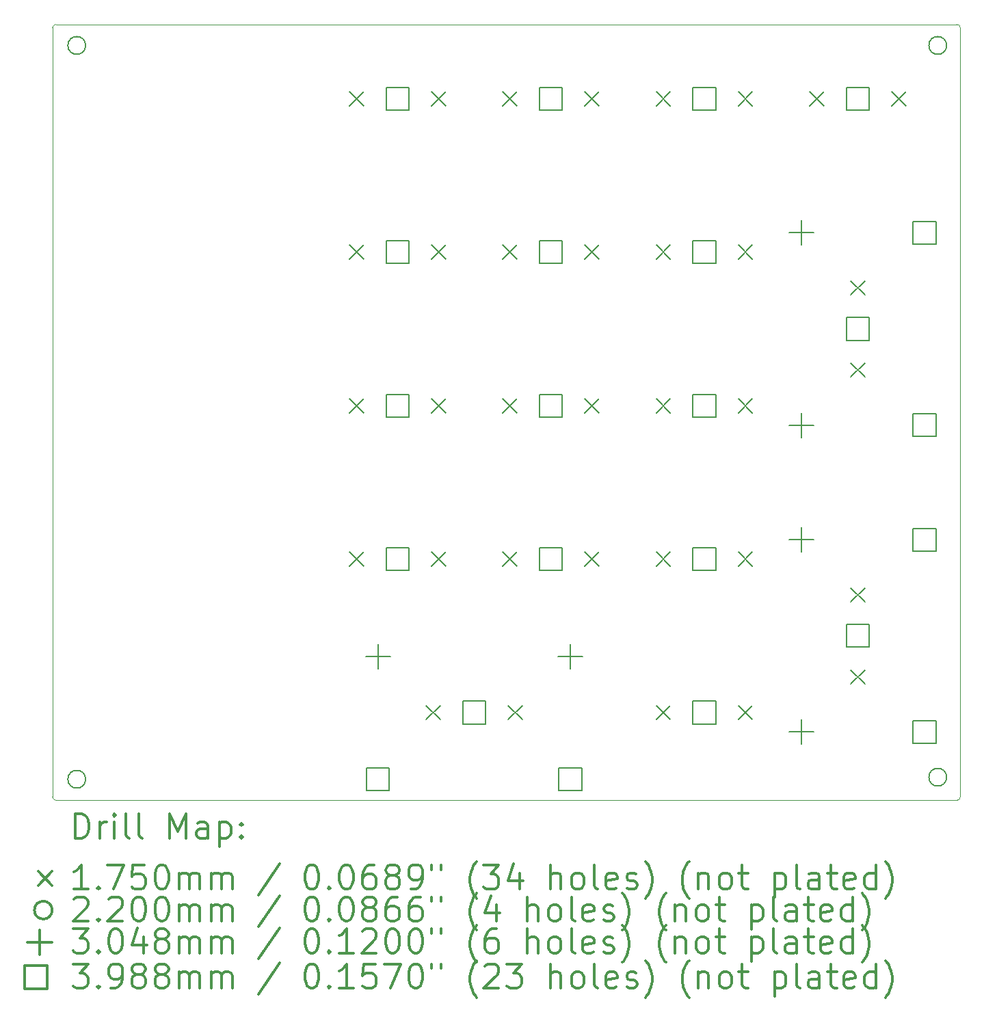
<source format=gbr>
%FSLAX45Y45*%
G04 Gerber Fmt 4.5, Leading zero omitted, Abs format (unit mm)*
G04 Created by KiCad (PCBNEW (5.1.10)-1) date 2021-09-20 14:50:28*
%MOMM*%
%LPD*%
G01*
G04 APERTURE LIST*
%TA.AperFunction,Profile*%
%ADD10C,0.100000*%
%TD*%
%ADD11C,0.200000*%
%ADD12C,0.300000*%
G04 APERTURE END LIST*
D10*
X6820000Y-15485000D02*
G75*
G02*
X6780000Y-15445000I0J40000D01*
G01*
X18020000Y-15445000D02*
G75*
G02*
X17980000Y-15485000I-40000J0D01*
G01*
X17980000Y-5880000D02*
G75*
G02*
X18020000Y-5920000I0J-40000D01*
G01*
X6780000Y-5920000D02*
G75*
G02*
X6820000Y-5880000I40000J0D01*
G01*
X6780000Y-15445000D02*
X6780000Y-5920000D01*
X17980000Y-15485000D02*
X6820000Y-15485000D01*
X18020000Y-5920000D02*
X18020000Y-15445000D01*
X6820000Y-5880000D02*
X17980000Y-5880000D01*
D11*
X10454500Y-6712500D02*
X10629500Y-6887500D01*
X10629500Y-6712500D02*
X10454500Y-6887500D01*
X10454500Y-8612500D02*
X10629500Y-8787500D01*
X10629500Y-8612500D02*
X10454500Y-8787500D01*
X10454500Y-10512500D02*
X10629500Y-10687500D01*
X10629500Y-10512500D02*
X10454500Y-10687500D01*
X10454500Y-12412500D02*
X10629500Y-12587500D01*
X10629500Y-12412500D02*
X10454500Y-12587500D01*
X11404500Y-14312500D02*
X11579500Y-14487500D01*
X11579500Y-14312500D02*
X11404500Y-14487500D01*
X11470500Y-6712500D02*
X11645500Y-6887500D01*
X11645500Y-6712500D02*
X11470500Y-6887500D01*
X11470500Y-8612500D02*
X11645500Y-8787500D01*
X11645500Y-8612500D02*
X11470500Y-8787500D01*
X11470500Y-10512500D02*
X11645500Y-10687500D01*
X11645500Y-10512500D02*
X11470500Y-10687500D01*
X11470500Y-12412500D02*
X11645500Y-12587500D01*
X11645500Y-12412500D02*
X11470500Y-12587500D01*
X12354500Y-6712500D02*
X12529500Y-6887500D01*
X12529500Y-6712500D02*
X12354500Y-6887500D01*
X12354500Y-8612500D02*
X12529500Y-8787500D01*
X12529500Y-8612500D02*
X12354500Y-8787500D01*
X12354500Y-10512500D02*
X12529500Y-10687500D01*
X12529500Y-10512500D02*
X12354500Y-10687500D01*
X12354500Y-12412500D02*
X12529500Y-12587500D01*
X12529500Y-12412500D02*
X12354500Y-12587500D01*
X12420500Y-14312500D02*
X12595500Y-14487500D01*
X12595500Y-14312500D02*
X12420500Y-14487500D01*
X13370500Y-6712500D02*
X13545500Y-6887500D01*
X13545500Y-6712500D02*
X13370500Y-6887500D01*
X13370500Y-8612500D02*
X13545500Y-8787500D01*
X13545500Y-8612500D02*
X13370500Y-8787500D01*
X13370500Y-10512500D02*
X13545500Y-10687500D01*
X13545500Y-10512500D02*
X13370500Y-10687500D01*
X13370500Y-12412500D02*
X13545500Y-12587500D01*
X13545500Y-12412500D02*
X13370500Y-12587500D01*
X14254500Y-6712500D02*
X14429500Y-6887500D01*
X14429500Y-6712500D02*
X14254500Y-6887500D01*
X14254500Y-8612500D02*
X14429500Y-8787500D01*
X14429500Y-8612500D02*
X14254500Y-8787500D01*
X14254500Y-10512500D02*
X14429500Y-10687500D01*
X14429500Y-10512500D02*
X14254500Y-10687500D01*
X14254500Y-12412500D02*
X14429500Y-12587500D01*
X14429500Y-12412500D02*
X14254500Y-12587500D01*
X14254500Y-14312500D02*
X14429500Y-14487500D01*
X14429500Y-14312500D02*
X14254500Y-14487500D01*
X15270500Y-6712500D02*
X15445500Y-6887500D01*
X15445500Y-6712500D02*
X15270500Y-6887500D01*
X15270500Y-8612500D02*
X15445500Y-8787500D01*
X15445500Y-8612500D02*
X15270500Y-8787500D01*
X15270500Y-10512500D02*
X15445500Y-10687500D01*
X15445500Y-10512500D02*
X15270500Y-10687500D01*
X15270500Y-12412500D02*
X15445500Y-12587500D01*
X15445500Y-12412500D02*
X15270500Y-12587500D01*
X15270500Y-14312500D02*
X15445500Y-14487500D01*
X15445500Y-14312500D02*
X15270500Y-14487500D01*
X16154500Y-6712500D02*
X16329500Y-6887500D01*
X16329500Y-6712500D02*
X16154500Y-6887500D01*
X16662500Y-9054500D02*
X16837500Y-9229500D01*
X16837500Y-9054500D02*
X16662500Y-9229500D01*
X16662500Y-10070500D02*
X16837500Y-10245500D01*
X16837500Y-10070500D02*
X16662500Y-10245500D01*
X16662500Y-12854500D02*
X16837500Y-13029500D01*
X16837500Y-12854500D02*
X16662500Y-13029500D01*
X16662500Y-13870500D02*
X16837500Y-14045500D01*
X16837500Y-13870500D02*
X16662500Y-14045500D01*
X17170500Y-6712500D02*
X17345500Y-6887500D01*
X17345500Y-6712500D02*
X17170500Y-6887500D01*
X7190000Y-6140000D02*
G75*
G03*
X7190000Y-6140000I-110000J0D01*
G01*
X7190000Y-15225000D02*
G75*
G03*
X7190000Y-15225000I-110000J0D01*
G01*
X17850000Y-6140000D02*
G75*
G03*
X17850000Y-6140000I-110000J0D01*
G01*
X17850000Y-15200000D02*
G75*
G03*
X17850000Y-15200000I-110000J0D01*
G01*
X10809375Y-13549100D02*
X10809375Y-13853900D01*
X10656975Y-13701500D02*
X10961775Y-13701500D01*
X13190625Y-13549100D02*
X13190625Y-13853900D01*
X13038225Y-13701500D02*
X13343025Y-13701500D01*
X16051500Y-8306975D02*
X16051500Y-8611775D01*
X15899100Y-8459375D02*
X16203900Y-8459375D01*
X16051500Y-10688225D02*
X16051500Y-10993025D01*
X15899100Y-10840625D02*
X16203900Y-10840625D01*
X16051500Y-12106975D02*
X16051500Y-12411775D01*
X15899100Y-12259375D02*
X16203900Y-12259375D01*
X16051500Y-14488225D02*
X16051500Y-14793025D01*
X15899100Y-14640625D02*
X16203900Y-14640625D01*
X10950366Y-15366491D02*
X10950366Y-15084509D01*
X10668384Y-15084509D01*
X10668384Y-15366491D01*
X10950366Y-15366491D01*
X11190991Y-6940991D02*
X11190991Y-6659009D01*
X10909009Y-6659009D01*
X10909009Y-6940991D01*
X11190991Y-6940991D01*
X11190991Y-8840991D02*
X11190991Y-8559009D01*
X10909009Y-8559009D01*
X10909009Y-8840991D01*
X11190991Y-8840991D01*
X11190991Y-10740991D02*
X11190991Y-10459009D01*
X10909009Y-10459009D01*
X10909009Y-10740991D01*
X11190991Y-10740991D01*
X11190991Y-12640991D02*
X11190991Y-12359009D01*
X10909009Y-12359009D01*
X10909009Y-12640991D01*
X11190991Y-12640991D01*
X12140991Y-14540991D02*
X12140991Y-14259009D01*
X11859009Y-14259009D01*
X11859009Y-14540991D01*
X12140991Y-14540991D01*
X13090991Y-6940991D02*
X13090991Y-6659009D01*
X12809009Y-6659009D01*
X12809009Y-6940991D01*
X13090991Y-6940991D01*
X13090991Y-8840991D02*
X13090991Y-8559009D01*
X12809009Y-8559009D01*
X12809009Y-8840991D01*
X13090991Y-8840991D01*
X13090991Y-10740991D02*
X13090991Y-10459009D01*
X12809009Y-10459009D01*
X12809009Y-10740991D01*
X13090991Y-10740991D01*
X13090991Y-12640991D02*
X13090991Y-12359009D01*
X12809009Y-12359009D01*
X12809009Y-12640991D01*
X13090991Y-12640991D01*
X13331616Y-15366491D02*
X13331616Y-15084509D01*
X13049634Y-15084509D01*
X13049634Y-15366491D01*
X13331616Y-15366491D01*
X14990991Y-6940991D02*
X14990991Y-6659009D01*
X14709009Y-6659009D01*
X14709009Y-6940991D01*
X14990991Y-6940991D01*
X14990991Y-8840991D02*
X14990991Y-8559009D01*
X14709009Y-8559009D01*
X14709009Y-8840991D01*
X14990991Y-8840991D01*
X14990991Y-10740991D02*
X14990991Y-10459009D01*
X14709009Y-10459009D01*
X14709009Y-10740991D01*
X14990991Y-10740991D01*
X14990991Y-12640991D02*
X14990991Y-12359009D01*
X14709009Y-12359009D01*
X14709009Y-12640991D01*
X14990991Y-12640991D01*
X14990991Y-14540991D02*
X14990991Y-14259009D01*
X14709009Y-14259009D01*
X14709009Y-14540991D01*
X14990991Y-14540991D01*
X16890991Y-6940991D02*
X16890991Y-6659009D01*
X16609009Y-6659009D01*
X16609009Y-6940991D01*
X16890991Y-6940991D01*
X16890991Y-9790991D02*
X16890991Y-9509009D01*
X16609009Y-9509009D01*
X16609009Y-9790991D01*
X16890991Y-9790991D01*
X16890991Y-13590991D02*
X16890991Y-13309009D01*
X16609009Y-13309009D01*
X16609009Y-13590991D01*
X16890991Y-13590991D01*
X17716491Y-8600366D02*
X17716491Y-8318384D01*
X17434509Y-8318384D01*
X17434509Y-8600366D01*
X17716491Y-8600366D01*
X17716491Y-10981616D02*
X17716491Y-10699634D01*
X17434509Y-10699634D01*
X17434509Y-10981616D01*
X17716491Y-10981616D01*
X17716491Y-12400366D02*
X17716491Y-12118384D01*
X17434509Y-12118384D01*
X17434509Y-12400366D01*
X17716491Y-12400366D01*
X17716491Y-14781616D02*
X17716491Y-14499634D01*
X17434509Y-14499634D01*
X17434509Y-14781616D01*
X17716491Y-14781616D01*
D12*
X7061428Y-15955714D02*
X7061428Y-15655714D01*
X7132857Y-15655714D01*
X7175714Y-15670000D01*
X7204286Y-15698571D01*
X7218571Y-15727143D01*
X7232857Y-15784286D01*
X7232857Y-15827143D01*
X7218571Y-15884286D01*
X7204286Y-15912857D01*
X7175714Y-15941429D01*
X7132857Y-15955714D01*
X7061428Y-15955714D01*
X7361428Y-15955714D02*
X7361428Y-15755714D01*
X7361428Y-15812857D02*
X7375714Y-15784286D01*
X7390000Y-15770000D01*
X7418571Y-15755714D01*
X7447143Y-15755714D01*
X7547143Y-15955714D02*
X7547143Y-15755714D01*
X7547143Y-15655714D02*
X7532857Y-15670000D01*
X7547143Y-15684286D01*
X7561428Y-15670000D01*
X7547143Y-15655714D01*
X7547143Y-15684286D01*
X7732857Y-15955714D02*
X7704286Y-15941429D01*
X7690000Y-15912857D01*
X7690000Y-15655714D01*
X7890000Y-15955714D02*
X7861428Y-15941429D01*
X7847143Y-15912857D01*
X7847143Y-15655714D01*
X8232857Y-15955714D02*
X8232857Y-15655714D01*
X8332857Y-15870000D01*
X8432857Y-15655714D01*
X8432857Y-15955714D01*
X8704286Y-15955714D02*
X8704286Y-15798571D01*
X8690000Y-15770000D01*
X8661428Y-15755714D01*
X8604286Y-15755714D01*
X8575714Y-15770000D01*
X8704286Y-15941429D02*
X8675714Y-15955714D01*
X8604286Y-15955714D01*
X8575714Y-15941429D01*
X8561428Y-15912857D01*
X8561428Y-15884286D01*
X8575714Y-15855714D01*
X8604286Y-15841429D01*
X8675714Y-15841429D01*
X8704286Y-15827143D01*
X8847143Y-15755714D02*
X8847143Y-16055714D01*
X8847143Y-15770000D02*
X8875714Y-15755714D01*
X8932857Y-15755714D01*
X8961428Y-15770000D01*
X8975714Y-15784286D01*
X8990000Y-15812857D01*
X8990000Y-15898571D01*
X8975714Y-15927143D01*
X8961428Y-15941429D01*
X8932857Y-15955714D01*
X8875714Y-15955714D01*
X8847143Y-15941429D01*
X9118571Y-15927143D02*
X9132857Y-15941429D01*
X9118571Y-15955714D01*
X9104286Y-15941429D01*
X9118571Y-15927143D01*
X9118571Y-15955714D01*
X9118571Y-15770000D02*
X9132857Y-15784286D01*
X9118571Y-15798571D01*
X9104286Y-15784286D01*
X9118571Y-15770000D01*
X9118571Y-15798571D01*
X6600000Y-16362500D02*
X6775000Y-16537500D01*
X6775000Y-16362500D02*
X6600000Y-16537500D01*
X7218571Y-16585714D02*
X7047143Y-16585714D01*
X7132857Y-16585714D02*
X7132857Y-16285714D01*
X7104286Y-16328571D01*
X7075714Y-16357143D01*
X7047143Y-16371429D01*
X7347143Y-16557143D02*
X7361428Y-16571429D01*
X7347143Y-16585714D01*
X7332857Y-16571429D01*
X7347143Y-16557143D01*
X7347143Y-16585714D01*
X7461428Y-16285714D02*
X7661428Y-16285714D01*
X7532857Y-16585714D01*
X7918571Y-16285714D02*
X7775714Y-16285714D01*
X7761428Y-16428571D01*
X7775714Y-16414286D01*
X7804286Y-16400000D01*
X7875714Y-16400000D01*
X7904286Y-16414286D01*
X7918571Y-16428571D01*
X7932857Y-16457143D01*
X7932857Y-16528571D01*
X7918571Y-16557143D01*
X7904286Y-16571429D01*
X7875714Y-16585714D01*
X7804286Y-16585714D01*
X7775714Y-16571429D01*
X7761428Y-16557143D01*
X8118571Y-16285714D02*
X8147143Y-16285714D01*
X8175714Y-16300000D01*
X8190000Y-16314286D01*
X8204286Y-16342857D01*
X8218571Y-16400000D01*
X8218571Y-16471429D01*
X8204286Y-16528571D01*
X8190000Y-16557143D01*
X8175714Y-16571429D01*
X8147143Y-16585714D01*
X8118571Y-16585714D01*
X8090000Y-16571429D01*
X8075714Y-16557143D01*
X8061428Y-16528571D01*
X8047143Y-16471429D01*
X8047143Y-16400000D01*
X8061428Y-16342857D01*
X8075714Y-16314286D01*
X8090000Y-16300000D01*
X8118571Y-16285714D01*
X8347143Y-16585714D02*
X8347143Y-16385714D01*
X8347143Y-16414286D02*
X8361428Y-16400000D01*
X8390000Y-16385714D01*
X8432857Y-16385714D01*
X8461428Y-16400000D01*
X8475714Y-16428571D01*
X8475714Y-16585714D01*
X8475714Y-16428571D02*
X8490000Y-16400000D01*
X8518571Y-16385714D01*
X8561428Y-16385714D01*
X8590000Y-16400000D01*
X8604286Y-16428571D01*
X8604286Y-16585714D01*
X8747143Y-16585714D02*
X8747143Y-16385714D01*
X8747143Y-16414286D02*
X8761428Y-16400000D01*
X8790000Y-16385714D01*
X8832857Y-16385714D01*
X8861428Y-16400000D01*
X8875714Y-16428571D01*
X8875714Y-16585714D01*
X8875714Y-16428571D02*
X8890000Y-16400000D01*
X8918571Y-16385714D01*
X8961428Y-16385714D01*
X8990000Y-16400000D01*
X9004286Y-16428571D01*
X9004286Y-16585714D01*
X9590000Y-16271429D02*
X9332857Y-16657143D01*
X9975714Y-16285714D02*
X10004286Y-16285714D01*
X10032857Y-16300000D01*
X10047143Y-16314286D01*
X10061428Y-16342857D01*
X10075714Y-16400000D01*
X10075714Y-16471429D01*
X10061428Y-16528571D01*
X10047143Y-16557143D01*
X10032857Y-16571429D01*
X10004286Y-16585714D01*
X9975714Y-16585714D01*
X9947143Y-16571429D01*
X9932857Y-16557143D01*
X9918571Y-16528571D01*
X9904286Y-16471429D01*
X9904286Y-16400000D01*
X9918571Y-16342857D01*
X9932857Y-16314286D01*
X9947143Y-16300000D01*
X9975714Y-16285714D01*
X10204286Y-16557143D02*
X10218571Y-16571429D01*
X10204286Y-16585714D01*
X10190000Y-16571429D01*
X10204286Y-16557143D01*
X10204286Y-16585714D01*
X10404286Y-16285714D02*
X10432857Y-16285714D01*
X10461428Y-16300000D01*
X10475714Y-16314286D01*
X10490000Y-16342857D01*
X10504286Y-16400000D01*
X10504286Y-16471429D01*
X10490000Y-16528571D01*
X10475714Y-16557143D01*
X10461428Y-16571429D01*
X10432857Y-16585714D01*
X10404286Y-16585714D01*
X10375714Y-16571429D01*
X10361428Y-16557143D01*
X10347143Y-16528571D01*
X10332857Y-16471429D01*
X10332857Y-16400000D01*
X10347143Y-16342857D01*
X10361428Y-16314286D01*
X10375714Y-16300000D01*
X10404286Y-16285714D01*
X10761428Y-16285714D02*
X10704286Y-16285714D01*
X10675714Y-16300000D01*
X10661428Y-16314286D01*
X10632857Y-16357143D01*
X10618571Y-16414286D01*
X10618571Y-16528571D01*
X10632857Y-16557143D01*
X10647143Y-16571429D01*
X10675714Y-16585714D01*
X10732857Y-16585714D01*
X10761428Y-16571429D01*
X10775714Y-16557143D01*
X10790000Y-16528571D01*
X10790000Y-16457143D01*
X10775714Y-16428571D01*
X10761428Y-16414286D01*
X10732857Y-16400000D01*
X10675714Y-16400000D01*
X10647143Y-16414286D01*
X10632857Y-16428571D01*
X10618571Y-16457143D01*
X10961428Y-16414286D02*
X10932857Y-16400000D01*
X10918571Y-16385714D01*
X10904286Y-16357143D01*
X10904286Y-16342857D01*
X10918571Y-16314286D01*
X10932857Y-16300000D01*
X10961428Y-16285714D01*
X11018571Y-16285714D01*
X11047143Y-16300000D01*
X11061428Y-16314286D01*
X11075714Y-16342857D01*
X11075714Y-16357143D01*
X11061428Y-16385714D01*
X11047143Y-16400000D01*
X11018571Y-16414286D01*
X10961428Y-16414286D01*
X10932857Y-16428571D01*
X10918571Y-16442857D01*
X10904286Y-16471429D01*
X10904286Y-16528571D01*
X10918571Y-16557143D01*
X10932857Y-16571429D01*
X10961428Y-16585714D01*
X11018571Y-16585714D01*
X11047143Y-16571429D01*
X11061428Y-16557143D01*
X11075714Y-16528571D01*
X11075714Y-16471429D01*
X11061428Y-16442857D01*
X11047143Y-16428571D01*
X11018571Y-16414286D01*
X11218571Y-16585714D02*
X11275714Y-16585714D01*
X11304286Y-16571429D01*
X11318571Y-16557143D01*
X11347143Y-16514286D01*
X11361428Y-16457143D01*
X11361428Y-16342857D01*
X11347143Y-16314286D01*
X11332857Y-16300000D01*
X11304286Y-16285714D01*
X11247143Y-16285714D01*
X11218571Y-16300000D01*
X11204286Y-16314286D01*
X11190000Y-16342857D01*
X11190000Y-16414286D01*
X11204286Y-16442857D01*
X11218571Y-16457143D01*
X11247143Y-16471429D01*
X11304286Y-16471429D01*
X11332857Y-16457143D01*
X11347143Y-16442857D01*
X11361428Y-16414286D01*
X11475714Y-16285714D02*
X11475714Y-16342857D01*
X11590000Y-16285714D02*
X11590000Y-16342857D01*
X12032857Y-16700000D02*
X12018571Y-16685714D01*
X11990000Y-16642857D01*
X11975714Y-16614286D01*
X11961428Y-16571429D01*
X11947143Y-16500000D01*
X11947143Y-16442857D01*
X11961428Y-16371429D01*
X11975714Y-16328571D01*
X11990000Y-16300000D01*
X12018571Y-16257143D01*
X12032857Y-16242857D01*
X12118571Y-16285714D02*
X12304286Y-16285714D01*
X12204286Y-16400000D01*
X12247143Y-16400000D01*
X12275714Y-16414286D01*
X12290000Y-16428571D01*
X12304286Y-16457143D01*
X12304286Y-16528571D01*
X12290000Y-16557143D01*
X12275714Y-16571429D01*
X12247143Y-16585714D01*
X12161428Y-16585714D01*
X12132857Y-16571429D01*
X12118571Y-16557143D01*
X12561428Y-16385714D02*
X12561428Y-16585714D01*
X12490000Y-16271429D02*
X12418571Y-16485714D01*
X12604286Y-16485714D01*
X12947143Y-16585714D02*
X12947143Y-16285714D01*
X13075714Y-16585714D02*
X13075714Y-16428571D01*
X13061428Y-16400000D01*
X13032857Y-16385714D01*
X12990000Y-16385714D01*
X12961428Y-16400000D01*
X12947143Y-16414286D01*
X13261428Y-16585714D02*
X13232857Y-16571429D01*
X13218571Y-16557143D01*
X13204286Y-16528571D01*
X13204286Y-16442857D01*
X13218571Y-16414286D01*
X13232857Y-16400000D01*
X13261428Y-16385714D01*
X13304286Y-16385714D01*
X13332857Y-16400000D01*
X13347143Y-16414286D01*
X13361428Y-16442857D01*
X13361428Y-16528571D01*
X13347143Y-16557143D01*
X13332857Y-16571429D01*
X13304286Y-16585714D01*
X13261428Y-16585714D01*
X13532857Y-16585714D02*
X13504286Y-16571429D01*
X13490000Y-16542857D01*
X13490000Y-16285714D01*
X13761428Y-16571429D02*
X13732857Y-16585714D01*
X13675714Y-16585714D01*
X13647143Y-16571429D01*
X13632857Y-16542857D01*
X13632857Y-16428571D01*
X13647143Y-16400000D01*
X13675714Y-16385714D01*
X13732857Y-16385714D01*
X13761428Y-16400000D01*
X13775714Y-16428571D01*
X13775714Y-16457143D01*
X13632857Y-16485714D01*
X13890000Y-16571429D02*
X13918571Y-16585714D01*
X13975714Y-16585714D01*
X14004286Y-16571429D01*
X14018571Y-16542857D01*
X14018571Y-16528571D01*
X14004286Y-16500000D01*
X13975714Y-16485714D01*
X13932857Y-16485714D01*
X13904286Y-16471429D01*
X13890000Y-16442857D01*
X13890000Y-16428571D01*
X13904286Y-16400000D01*
X13932857Y-16385714D01*
X13975714Y-16385714D01*
X14004286Y-16400000D01*
X14118571Y-16700000D02*
X14132857Y-16685714D01*
X14161428Y-16642857D01*
X14175714Y-16614286D01*
X14190000Y-16571429D01*
X14204286Y-16500000D01*
X14204286Y-16442857D01*
X14190000Y-16371429D01*
X14175714Y-16328571D01*
X14161428Y-16300000D01*
X14132857Y-16257143D01*
X14118571Y-16242857D01*
X14661428Y-16700000D02*
X14647143Y-16685714D01*
X14618571Y-16642857D01*
X14604286Y-16614286D01*
X14590000Y-16571429D01*
X14575714Y-16500000D01*
X14575714Y-16442857D01*
X14590000Y-16371429D01*
X14604286Y-16328571D01*
X14618571Y-16300000D01*
X14647143Y-16257143D01*
X14661428Y-16242857D01*
X14775714Y-16385714D02*
X14775714Y-16585714D01*
X14775714Y-16414286D02*
X14790000Y-16400000D01*
X14818571Y-16385714D01*
X14861428Y-16385714D01*
X14890000Y-16400000D01*
X14904286Y-16428571D01*
X14904286Y-16585714D01*
X15090000Y-16585714D02*
X15061428Y-16571429D01*
X15047143Y-16557143D01*
X15032857Y-16528571D01*
X15032857Y-16442857D01*
X15047143Y-16414286D01*
X15061428Y-16400000D01*
X15090000Y-16385714D01*
X15132857Y-16385714D01*
X15161428Y-16400000D01*
X15175714Y-16414286D01*
X15190000Y-16442857D01*
X15190000Y-16528571D01*
X15175714Y-16557143D01*
X15161428Y-16571429D01*
X15132857Y-16585714D01*
X15090000Y-16585714D01*
X15275714Y-16385714D02*
X15390000Y-16385714D01*
X15318571Y-16285714D02*
X15318571Y-16542857D01*
X15332857Y-16571429D01*
X15361428Y-16585714D01*
X15390000Y-16585714D01*
X15718571Y-16385714D02*
X15718571Y-16685714D01*
X15718571Y-16400000D02*
X15747143Y-16385714D01*
X15804286Y-16385714D01*
X15832857Y-16400000D01*
X15847143Y-16414286D01*
X15861428Y-16442857D01*
X15861428Y-16528571D01*
X15847143Y-16557143D01*
X15832857Y-16571429D01*
X15804286Y-16585714D01*
X15747143Y-16585714D01*
X15718571Y-16571429D01*
X16032857Y-16585714D02*
X16004286Y-16571429D01*
X15990000Y-16542857D01*
X15990000Y-16285714D01*
X16275714Y-16585714D02*
X16275714Y-16428571D01*
X16261428Y-16400000D01*
X16232857Y-16385714D01*
X16175714Y-16385714D01*
X16147143Y-16400000D01*
X16275714Y-16571429D02*
X16247143Y-16585714D01*
X16175714Y-16585714D01*
X16147143Y-16571429D01*
X16132857Y-16542857D01*
X16132857Y-16514286D01*
X16147143Y-16485714D01*
X16175714Y-16471429D01*
X16247143Y-16471429D01*
X16275714Y-16457143D01*
X16375714Y-16385714D02*
X16490000Y-16385714D01*
X16418571Y-16285714D02*
X16418571Y-16542857D01*
X16432857Y-16571429D01*
X16461428Y-16585714D01*
X16490000Y-16585714D01*
X16704286Y-16571429D02*
X16675714Y-16585714D01*
X16618571Y-16585714D01*
X16590000Y-16571429D01*
X16575714Y-16542857D01*
X16575714Y-16428571D01*
X16590000Y-16400000D01*
X16618571Y-16385714D01*
X16675714Y-16385714D01*
X16704286Y-16400000D01*
X16718571Y-16428571D01*
X16718571Y-16457143D01*
X16575714Y-16485714D01*
X16975714Y-16585714D02*
X16975714Y-16285714D01*
X16975714Y-16571429D02*
X16947143Y-16585714D01*
X16890000Y-16585714D01*
X16861428Y-16571429D01*
X16847143Y-16557143D01*
X16832857Y-16528571D01*
X16832857Y-16442857D01*
X16847143Y-16414286D01*
X16861428Y-16400000D01*
X16890000Y-16385714D01*
X16947143Y-16385714D01*
X16975714Y-16400000D01*
X17090000Y-16700000D02*
X17104286Y-16685714D01*
X17132857Y-16642857D01*
X17147143Y-16614286D01*
X17161428Y-16571429D01*
X17175714Y-16500000D01*
X17175714Y-16442857D01*
X17161428Y-16371429D01*
X17147143Y-16328571D01*
X17132857Y-16300000D01*
X17104286Y-16257143D01*
X17090000Y-16242857D01*
X6775000Y-16846000D02*
G75*
G03*
X6775000Y-16846000I-110000J0D01*
G01*
X7047143Y-16710286D02*
X7061428Y-16696000D01*
X7090000Y-16681714D01*
X7161428Y-16681714D01*
X7190000Y-16696000D01*
X7204286Y-16710286D01*
X7218571Y-16738857D01*
X7218571Y-16767429D01*
X7204286Y-16810286D01*
X7032857Y-16981714D01*
X7218571Y-16981714D01*
X7347143Y-16953143D02*
X7361428Y-16967429D01*
X7347143Y-16981714D01*
X7332857Y-16967429D01*
X7347143Y-16953143D01*
X7347143Y-16981714D01*
X7475714Y-16710286D02*
X7490000Y-16696000D01*
X7518571Y-16681714D01*
X7590000Y-16681714D01*
X7618571Y-16696000D01*
X7632857Y-16710286D01*
X7647143Y-16738857D01*
X7647143Y-16767429D01*
X7632857Y-16810286D01*
X7461428Y-16981714D01*
X7647143Y-16981714D01*
X7832857Y-16681714D02*
X7861428Y-16681714D01*
X7890000Y-16696000D01*
X7904286Y-16710286D01*
X7918571Y-16738857D01*
X7932857Y-16796000D01*
X7932857Y-16867429D01*
X7918571Y-16924572D01*
X7904286Y-16953143D01*
X7890000Y-16967429D01*
X7861428Y-16981714D01*
X7832857Y-16981714D01*
X7804286Y-16967429D01*
X7790000Y-16953143D01*
X7775714Y-16924572D01*
X7761428Y-16867429D01*
X7761428Y-16796000D01*
X7775714Y-16738857D01*
X7790000Y-16710286D01*
X7804286Y-16696000D01*
X7832857Y-16681714D01*
X8118571Y-16681714D02*
X8147143Y-16681714D01*
X8175714Y-16696000D01*
X8190000Y-16710286D01*
X8204286Y-16738857D01*
X8218571Y-16796000D01*
X8218571Y-16867429D01*
X8204286Y-16924572D01*
X8190000Y-16953143D01*
X8175714Y-16967429D01*
X8147143Y-16981714D01*
X8118571Y-16981714D01*
X8090000Y-16967429D01*
X8075714Y-16953143D01*
X8061428Y-16924572D01*
X8047143Y-16867429D01*
X8047143Y-16796000D01*
X8061428Y-16738857D01*
X8075714Y-16710286D01*
X8090000Y-16696000D01*
X8118571Y-16681714D01*
X8347143Y-16981714D02*
X8347143Y-16781714D01*
X8347143Y-16810286D02*
X8361428Y-16796000D01*
X8390000Y-16781714D01*
X8432857Y-16781714D01*
X8461428Y-16796000D01*
X8475714Y-16824572D01*
X8475714Y-16981714D01*
X8475714Y-16824572D02*
X8490000Y-16796000D01*
X8518571Y-16781714D01*
X8561428Y-16781714D01*
X8590000Y-16796000D01*
X8604286Y-16824572D01*
X8604286Y-16981714D01*
X8747143Y-16981714D02*
X8747143Y-16781714D01*
X8747143Y-16810286D02*
X8761428Y-16796000D01*
X8790000Y-16781714D01*
X8832857Y-16781714D01*
X8861428Y-16796000D01*
X8875714Y-16824572D01*
X8875714Y-16981714D01*
X8875714Y-16824572D02*
X8890000Y-16796000D01*
X8918571Y-16781714D01*
X8961428Y-16781714D01*
X8990000Y-16796000D01*
X9004286Y-16824572D01*
X9004286Y-16981714D01*
X9590000Y-16667429D02*
X9332857Y-17053143D01*
X9975714Y-16681714D02*
X10004286Y-16681714D01*
X10032857Y-16696000D01*
X10047143Y-16710286D01*
X10061428Y-16738857D01*
X10075714Y-16796000D01*
X10075714Y-16867429D01*
X10061428Y-16924572D01*
X10047143Y-16953143D01*
X10032857Y-16967429D01*
X10004286Y-16981714D01*
X9975714Y-16981714D01*
X9947143Y-16967429D01*
X9932857Y-16953143D01*
X9918571Y-16924572D01*
X9904286Y-16867429D01*
X9904286Y-16796000D01*
X9918571Y-16738857D01*
X9932857Y-16710286D01*
X9947143Y-16696000D01*
X9975714Y-16681714D01*
X10204286Y-16953143D02*
X10218571Y-16967429D01*
X10204286Y-16981714D01*
X10190000Y-16967429D01*
X10204286Y-16953143D01*
X10204286Y-16981714D01*
X10404286Y-16681714D02*
X10432857Y-16681714D01*
X10461428Y-16696000D01*
X10475714Y-16710286D01*
X10490000Y-16738857D01*
X10504286Y-16796000D01*
X10504286Y-16867429D01*
X10490000Y-16924572D01*
X10475714Y-16953143D01*
X10461428Y-16967429D01*
X10432857Y-16981714D01*
X10404286Y-16981714D01*
X10375714Y-16967429D01*
X10361428Y-16953143D01*
X10347143Y-16924572D01*
X10332857Y-16867429D01*
X10332857Y-16796000D01*
X10347143Y-16738857D01*
X10361428Y-16710286D01*
X10375714Y-16696000D01*
X10404286Y-16681714D01*
X10675714Y-16810286D02*
X10647143Y-16796000D01*
X10632857Y-16781714D01*
X10618571Y-16753143D01*
X10618571Y-16738857D01*
X10632857Y-16710286D01*
X10647143Y-16696000D01*
X10675714Y-16681714D01*
X10732857Y-16681714D01*
X10761428Y-16696000D01*
X10775714Y-16710286D01*
X10790000Y-16738857D01*
X10790000Y-16753143D01*
X10775714Y-16781714D01*
X10761428Y-16796000D01*
X10732857Y-16810286D01*
X10675714Y-16810286D01*
X10647143Y-16824572D01*
X10632857Y-16838857D01*
X10618571Y-16867429D01*
X10618571Y-16924572D01*
X10632857Y-16953143D01*
X10647143Y-16967429D01*
X10675714Y-16981714D01*
X10732857Y-16981714D01*
X10761428Y-16967429D01*
X10775714Y-16953143D01*
X10790000Y-16924572D01*
X10790000Y-16867429D01*
X10775714Y-16838857D01*
X10761428Y-16824572D01*
X10732857Y-16810286D01*
X11047143Y-16681714D02*
X10990000Y-16681714D01*
X10961428Y-16696000D01*
X10947143Y-16710286D01*
X10918571Y-16753143D01*
X10904286Y-16810286D01*
X10904286Y-16924572D01*
X10918571Y-16953143D01*
X10932857Y-16967429D01*
X10961428Y-16981714D01*
X11018571Y-16981714D01*
X11047143Y-16967429D01*
X11061428Y-16953143D01*
X11075714Y-16924572D01*
X11075714Y-16853143D01*
X11061428Y-16824572D01*
X11047143Y-16810286D01*
X11018571Y-16796000D01*
X10961428Y-16796000D01*
X10932857Y-16810286D01*
X10918571Y-16824572D01*
X10904286Y-16853143D01*
X11332857Y-16681714D02*
X11275714Y-16681714D01*
X11247143Y-16696000D01*
X11232857Y-16710286D01*
X11204286Y-16753143D01*
X11190000Y-16810286D01*
X11190000Y-16924572D01*
X11204286Y-16953143D01*
X11218571Y-16967429D01*
X11247143Y-16981714D01*
X11304286Y-16981714D01*
X11332857Y-16967429D01*
X11347143Y-16953143D01*
X11361428Y-16924572D01*
X11361428Y-16853143D01*
X11347143Y-16824572D01*
X11332857Y-16810286D01*
X11304286Y-16796000D01*
X11247143Y-16796000D01*
X11218571Y-16810286D01*
X11204286Y-16824572D01*
X11190000Y-16853143D01*
X11475714Y-16681714D02*
X11475714Y-16738857D01*
X11590000Y-16681714D02*
X11590000Y-16738857D01*
X12032857Y-17096000D02*
X12018571Y-17081714D01*
X11990000Y-17038857D01*
X11975714Y-17010286D01*
X11961428Y-16967429D01*
X11947143Y-16896000D01*
X11947143Y-16838857D01*
X11961428Y-16767429D01*
X11975714Y-16724571D01*
X11990000Y-16696000D01*
X12018571Y-16653143D01*
X12032857Y-16638857D01*
X12275714Y-16781714D02*
X12275714Y-16981714D01*
X12204286Y-16667429D02*
X12132857Y-16881714D01*
X12318571Y-16881714D01*
X12661428Y-16981714D02*
X12661428Y-16681714D01*
X12790000Y-16981714D02*
X12790000Y-16824572D01*
X12775714Y-16796000D01*
X12747143Y-16781714D01*
X12704286Y-16781714D01*
X12675714Y-16796000D01*
X12661428Y-16810286D01*
X12975714Y-16981714D02*
X12947143Y-16967429D01*
X12932857Y-16953143D01*
X12918571Y-16924572D01*
X12918571Y-16838857D01*
X12932857Y-16810286D01*
X12947143Y-16796000D01*
X12975714Y-16781714D01*
X13018571Y-16781714D01*
X13047143Y-16796000D01*
X13061428Y-16810286D01*
X13075714Y-16838857D01*
X13075714Y-16924572D01*
X13061428Y-16953143D01*
X13047143Y-16967429D01*
X13018571Y-16981714D01*
X12975714Y-16981714D01*
X13247143Y-16981714D02*
X13218571Y-16967429D01*
X13204286Y-16938857D01*
X13204286Y-16681714D01*
X13475714Y-16967429D02*
X13447143Y-16981714D01*
X13390000Y-16981714D01*
X13361428Y-16967429D01*
X13347143Y-16938857D01*
X13347143Y-16824572D01*
X13361428Y-16796000D01*
X13390000Y-16781714D01*
X13447143Y-16781714D01*
X13475714Y-16796000D01*
X13490000Y-16824572D01*
X13490000Y-16853143D01*
X13347143Y-16881714D01*
X13604286Y-16967429D02*
X13632857Y-16981714D01*
X13690000Y-16981714D01*
X13718571Y-16967429D01*
X13732857Y-16938857D01*
X13732857Y-16924572D01*
X13718571Y-16896000D01*
X13690000Y-16881714D01*
X13647143Y-16881714D01*
X13618571Y-16867429D01*
X13604286Y-16838857D01*
X13604286Y-16824572D01*
X13618571Y-16796000D01*
X13647143Y-16781714D01*
X13690000Y-16781714D01*
X13718571Y-16796000D01*
X13832857Y-17096000D02*
X13847143Y-17081714D01*
X13875714Y-17038857D01*
X13890000Y-17010286D01*
X13904286Y-16967429D01*
X13918571Y-16896000D01*
X13918571Y-16838857D01*
X13904286Y-16767429D01*
X13890000Y-16724571D01*
X13875714Y-16696000D01*
X13847143Y-16653143D01*
X13832857Y-16638857D01*
X14375714Y-17096000D02*
X14361428Y-17081714D01*
X14332857Y-17038857D01*
X14318571Y-17010286D01*
X14304286Y-16967429D01*
X14290000Y-16896000D01*
X14290000Y-16838857D01*
X14304286Y-16767429D01*
X14318571Y-16724571D01*
X14332857Y-16696000D01*
X14361428Y-16653143D01*
X14375714Y-16638857D01*
X14490000Y-16781714D02*
X14490000Y-16981714D01*
X14490000Y-16810286D02*
X14504286Y-16796000D01*
X14532857Y-16781714D01*
X14575714Y-16781714D01*
X14604286Y-16796000D01*
X14618571Y-16824572D01*
X14618571Y-16981714D01*
X14804286Y-16981714D02*
X14775714Y-16967429D01*
X14761428Y-16953143D01*
X14747143Y-16924572D01*
X14747143Y-16838857D01*
X14761428Y-16810286D01*
X14775714Y-16796000D01*
X14804286Y-16781714D01*
X14847143Y-16781714D01*
X14875714Y-16796000D01*
X14890000Y-16810286D01*
X14904286Y-16838857D01*
X14904286Y-16924572D01*
X14890000Y-16953143D01*
X14875714Y-16967429D01*
X14847143Y-16981714D01*
X14804286Y-16981714D01*
X14990000Y-16781714D02*
X15104286Y-16781714D01*
X15032857Y-16681714D02*
X15032857Y-16938857D01*
X15047143Y-16967429D01*
X15075714Y-16981714D01*
X15104286Y-16981714D01*
X15432857Y-16781714D02*
X15432857Y-17081714D01*
X15432857Y-16796000D02*
X15461428Y-16781714D01*
X15518571Y-16781714D01*
X15547143Y-16796000D01*
X15561428Y-16810286D01*
X15575714Y-16838857D01*
X15575714Y-16924572D01*
X15561428Y-16953143D01*
X15547143Y-16967429D01*
X15518571Y-16981714D01*
X15461428Y-16981714D01*
X15432857Y-16967429D01*
X15747143Y-16981714D02*
X15718571Y-16967429D01*
X15704286Y-16938857D01*
X15704286Y-16681714D01*
X15990000Y-16981714D02*
X15990000Y-16824572D01*
X15975714Y-16796000D01*
X15947143Y-16781714D01*
X15890000Y-16781714D01*
X15861428Y-16796000D01*
X15990000Y-16967429D02*
X15961428Y-16981714D01*
X15890000Y-16981714D01*
X15861428Y-16967429D01*
X15847143Y-16938857D01*
X15847143Y-16910286D01*
X15861428Y-16881714D01*
X15890000Y-16867429D01*
X15961428Y-16867429D01*
X15990000Y-16853143D01*
X16090000Y-16781714D02*
X16204286Y-16781714D01*
X16132857Y-16681714D02*
X16132857Y-16938857D01*
X16147143Y-16967429D01*
X16175714Y-16981714D01*
X16204286Y-16981714D01*
X16418571Y-16967429D02*
X16390000Y-16981714D01*
X16332857Y-16981714D01*
X16304286Y-16967429D01*
X16290000Y-16938857D01*
X16290000Y-16824572D01*
X16304286Y-16796000D01*
X16332857Y-16781714D01*
X16390000Y-16781714D01*
X16418571Y-16796000D01*
X16432857Y-16824572D01*
X16432857Y-16853143D01*
X16290000Y-16881714D01*
X16690000Y-16981714D02*
X16690000Y-16681714D01*
X16690000Y-16967429D02*
X16661428Y-16981714D01*
X16604286Y-16981714D01*
X16575714Y-16967429D01*
X16561428Y-16953143D01*
X16547143Y-16924572D01*
X16547143Y-16838857D01*
X16561428Y-16810286D01*
X16575714Y-16796000D01*
X16604286Y-16781714D01*
X16661428Y-16781714D01*
X16690000Y-16796000D01*
X16804286Y-17096000D02*
X16818571Y-17081714D01*
X16847143Y-17038857D01*
X16861428Y-17010286D01*
X16875714Y-16967429D01*
X16890000Y-16896000D01*
X16890000Y-16838857D01*
X16875714Y-16767429D01*
X16861428Y-16724571D01*
X16847143Y-16696000D01*
X16818571Y-16653143D01*
X16804286Y-16638857D01*
X6622600Y-17089600D02*
X6622600Y-17394400D01*
X6470200Y-17242000D02*
X6775000Y-17242000D01*
X7032857Y-17077714D02*
X7218571Y-17077714D01*
X7118571Y-17192000D01*
X7161428Y-17192000D01*
X7190000Y-17206286D01*
X7204286Y-17220572D01*
X7218571Y-17249143D01*
X7218571Y-17320572D01*
X7204286Y-17349143D01*
X7190000Y-17363429D01*
X7161428Y-17377714D01*
X7075714Y-17377714D01*
X7047143Y-17363429D01*
X7032857Y-17349143D01*
X7347143Y-17349143D02*
X7361428Y-17363429D01*
X7347143Y-17377714D01*
X7332857Y-17363429D01*
X7347143Y-17349143D01*
X7347143Y-17377714D01*
X7547143Y-17077714D02*
X7575714Y-17077714D01*
X7604286Y-17092000D01*
X7618571Y-17106286D01*
X7632857Y-17134857D01*
X7647143Y-17192000D01*
X7647143Y-17263429D01*
X7632857Y-17320572D01*
X7618571Y-17349143D01*
X7604286Y-17363429D01*
X7575714Y-17377714D01*
X7547143Y-17377714D01*
X7518571Y-17363429D01*
X7504286Y-17349143D01*
X7490000Y-17320572D01*
X7475714Y-17263429D01*
X7475714Y-17192000D01*
X7490000Y-17134857D01*
X7504286Y-17106286D01*
X7518571Y-17092000D01*
X7547143Y-17077714D01*
X7904286Y-17177714D02*
X7904286Y-17377714D01*
X7832857Y-17063429D02*
X7761428Y-17277714D01*
X7947143Y-17277714D01*
X8104286Y-17206286D02*
X8075714Y-17192000D01*
X8061428Y-17177714D01*
X8047143Y-17149143D01*
X8047143Y-17134857D01*
X8061428Y-17106286D01*
X8075714Y-17092000D01*
X8104286Y-17077714D01*
X8161428Y-17077714D01*
X8190000Y-17092000D01*
X8204286Y-17106286D01*
X8218571Y-17134857D01*
X8218571Y-17149143D01*
X8204286Y-17177714D01*
X8190000Y-17192000D01*
X8161428Y-17206286D01*
X8104286Y-17206286D01*
X8075714Y-17220572D01*
X8061428Y-17234857D01*
X8047143Y-17263429D01*
X8047143Y-17320572D01*
X8061428Y-17349143D01*
X8075714Y-17363429D01*
X8104286Y-17377714D01*
X8161428Y-17377714D01*
X8190000Y-17363429D01*
X8204286Y-17349143D01*
X8218571Y-17320572D01*
X8218571Y-17263429D01*
X8204286Y-17234857D01*
X8190000Y-17220572D01*
X8161428Y-17206286D01*
X8347143Y-17377714D02*
X8347143Y-17177714D01*
X8347143Y-17206286D02*
X8361428Y-17192000D01*
X8390000Y-17177714D01*
X8432857Y-17177714D01*
X8461428Y-17192000D01*
X8475714Y-17220572D01*
X8475714Y-17377714D01*
X8475714Y-17220572D02*
X8490000Y-17192000D01*
X8518571Y-17177714D01*
X8561428Y-17177714D01*
X8590000Y-17192000D01*
X8604286Y-17220572D01*
X8604286Y-17377714D01*
X8747143Y-17377714D02*
X8747143Y-17177714D01*
X8747143Y-17206286D02*
X8761428Y-17192000D01*
X8790000Y-17177714D01*
X8832857Y-17177714D01*
X8861428Y-17192000D01*
X8875714Y-17220572D01*
X8875714Y-17377714D01*
X8875714Y-17220572D02*
X8890000Y-17192000D01*
X8918571Y-17177714D01*
X8961428Y-17177714D01*
X8990000Y-17192000D01*
X9004286Y-17220572D01*
X9004286Y-17377714D01*
X9590000Y-17063429D02*
X9332857Y-17449143D01*
X9975714Y-17077714D02*
X10004286Y-17077714D01*
X10032857Y-17092000D01*
X10047143Y-17106286D01*
X10061428Y-17134857D01*
X10075714Y-17192000D01*
X10075714Y-17263429D01*
X10061428Y-17320572D01*
X10047143Y-17349143D01*
X10032857Y-17363429D01*
X10004286Y-17377714D01*
X9975714Y-17377714D01*
X9947143Y-17363429D01*
X9932857Y-17349143D01*
X9918571Y-17320572D01*
X9904286Y-17263429D01*
X9904286Y-17192000D01*
X9918571Y-17134857D01*
X9932857Y-17106286D01*
X9947143Y-17092000D01*
X9975714Y-17077714D01*
X10204286Y-17349143D02*
X10218571Y-17363429D01*
X10204286Y-17377714D01*
X10190000Y-17363429D01*
X10204286Y-17349143D01*
X10204286Y-17377714D01*
X10504286Y-17377714D02*
X10332857Y-17377714D01*
X10418571Y-17377714D02*
X10418571Y-17077714D01*
X10390000Y-17120572D01*
X10361428Y-17149143D01*
X10332857Y-17163429D01*
X10618571Y-17106286D02*
X10632857Y-17092000D01*
X10661428Y-17077714D01*
X10732857Y-17077714D01*
X10761428Y-17092000D01*
X10775714Y-17106286D01*
X10790000Y-17134857D01*
X10790000Y-17163429D01*
X10775714Y-17206286D01*
X10604286Y-17377714D01*
X10790000Y-17377714D01*
X10975714Y-17077714D02*
X11004286Y-17077714D01*
X11032857Y-17092000D01*
X11047143Y-17106286D01*
X11061428Y-17134857D01*
X11075714Y-17192000D01*
X11075714Y-17263429D01*
X11061428Y-17320572D01*
X11047143Y-17349143D01*
X11032857Y-17363429D01*
X11004286Y-17377714D01*
X10975714Y-17377714D01*
X10947143Y-17363429D01*
X10932857Y-17349143D01*
X10918571Y-17320572D01*
X10904286Y-17263429D01*
X10904286Y-17192000D01*
X10918571Y-17134857D01*
X10932857Y-17106286D01*
X10947143Y-17092000D01*
X10975714Y-17077714D01*
X11261428Y-17077714D02*
X11290000Y-17077714D01*
X11318571Y-17092000D01*
X11332857Y-17106286D01*
X11347143Y-17134857D01*
X11361428Y-17192000D01*
X11361428Y-17263429D01*
X11347143Y-17320572D01*
X11332857Y-17349143D01*
X11318571Y-17363429D01*
X11290000Y-17377714D01*
X11261428Y-17377714D01*
X11232857Y-17363429D01*
X11218571Y-17349143D01*
X11204286Y-17320572D01*
X11190000Y-17263429D01*
X11190000Y-17192000D01*
X11204286Y-17134857D01*
X11218571Y-17106286D01*
X11232857Y-17092000D01*
X11261428Y-17077714D01*
X11475714Y-17077714D02*
X11475714Y-17134857D01*
X11590000Y-17077714D02*
X11590000Y-17134857D01*
X12032857Y-17492000D02*
X12018571Y-17477714D01*
X11990000Y-17434857D01*
X11975714Y-17406286D01*
X11961428Y-17363429D01*
X11947143Y-17292000D01*
X11947143Y-17234857D01*
X11961428Y-17163429D01*
X11975714Y-17120572D01*
X11990000Y-17092000D01*
X12018571Y-17049143D01*
X12032857Y-17034857D01*
X12275714Y-17077714D02*
X12218571Y-17077714D01*
X12190000Y-17092000D01*
X12175714Y-17106286D01*
X12147143Y-17149143D01*
X12132857Y-17206286D01*
X12132857Y-17320572D01*
X12147143Y-17349143D01*
X12161428Y-17363429D01*
X12190000Y-17377714D01*
X12247143Y-17377714D01*
X12275714Y-17363429D01*
X12290000Y-17349143D01*
X12304286Y-17320572D01*
X12304286Y-17249143D01*
X12290000Y-17220572D01*
X12275714Y-17206286D01*
X12247143Y-17192000D01*
X12190000Y-17192000D01*
X12161428Y-17206286D01*
X12147143Y-17220572D01*
X12132857Y-17249143D01*
X12661428Y-17377714D02*
X12661428Y-17077714D01*
X12790000Y-17377714D02*
X12790000Y-17220572D01*
X12775714Y-17192000D01*
X12747143Y-17177714D01*
X12704286Y-17177714D01*
X12675714Y-17192000D01*
X12661428Y-17206286D01*
X12975714Y-17377714D02*
X12947143Y-17363429D01*
X12932857Y-17349143D01*
X12918571Y-17320572D01*
X12918571Y-17234857D01*
X12932857Y-17206286D01*
X12947143Y-17192000D01*
X12975714Y-17177714D01*
X13018571Y-17177714D01*
X13047143Y-17192000D01*
X13061428Y-17206286D01*
X13075714Y-17234857D01*
X13075714Y-17320572D01*
X13061428Y-17349143D01*
X13047143Y-17363429D01*
X13018571Y-17377714D01*
X12975714Y-17377714D01*
X13247143Y-17377714D02*
X13218571Y-17363429D01*
X13204286Y-17334857D01*
X13204286Y-17077714D01*
X13475714Y-17363429D02*
X13447143Y-17377714D01*
X13390000Y-17377714D01*
X13361428Y-17363429D01*
X13347143Y-17334857D01*
X13347143Y-17220572D01*
X13361428Y-17192000D01*
X13390000Y-17177714D01*
X13447143Y-17177714D01*
X13475714Y-17192000D01*
X13490000Y-17220572D01*
X13490000Y-17249143D01*
X13347143Y-17277714D01*
X13604286Y-17363429D02*
X13632857Y-17377714D01*
X13690000Y-17377714D01*
X13718571Y-17363429D01*
X13732857Y-17334857D01*
X13732857Y-17320572D01*
X13718571Y-17292000D01*
X13690000Y-17277714D01*
X13647143Y-17277714D01*
X13618571Y-17263429D01*
X13604286Y-17234857D01*
X13604286Y-17220572D01*
X13618571Y-17192000D01*
X13647143Y-17177714D01*
X13690000Y-17177714D01*
X13718571Y-17192000D01*
X13832857Y-17492000D02*
X13847143Y-17477714D01*
X13875714Y-17434857D01*
X13890000Y-17406286D01*
X13904286Y-17363429D01*
X13918571Y-17292000D01*
X13918571Y-17234857D01*
X13904286Y-17163429D01*
X13890000Y-17120572D01*
X13875714Y-17092000D01*
X13847143Y-17049143D01*
X13832857Y-17034857D01*
X14375714Y-17492000D02*
X14361428Y-17477714D01*
X14332857Y-17434857D01*
X14318571Y-17406286D01*
X14304286Y-17363429D01*
X14290000Y-17292000D01*
X14290000Y-17234857D01*
X14304286Y-17163429D01*
X14318571Y-17120572D01*
X14332857Y-17092000D01*
X14361428Y-17049143D01*
X14375714Y-17034857D01*
X14490000Y-17177714D02*
X14490000Y-17377714D01*
X14490000Y-17206286D02*
X14504286Y-17192000D01*
X14532857Y-17177714D01*
X14575714Y-17177714D01*
X14604286Y-17192000D01*
X14618571Y-17220572D01*
X14618571Y-17377714D01*
X14804286Y-17377714D02*
X14775714Y-17363429D01*
X14761428Y-17349143D01*
X14747143Y-17320572D01*
X14747143Y-17234857D01*
X14761428Y-17206286D01*
X14775714Y-17192000D01*
X14804286Y-17177714D01*
X14847143Y-17177714D01*
X14875714Y-17192000D01*
X14890000Y-17206286D01*
X14904286Y-17234857D01*
X14904286Y-17320572D01*
X14890000Y-17349143D01*
X14875714Y-17363429D01*
X14847143Y-17377714D01*
X14804286Y-17377714D01*
X14990000Y-17177714D02*
X15104286Y-17177714D01*
X15032857Y-17077714D02*
X15032857Y-17334857D01*
X15047143Y-17363429D01*
X15075714Y-17377714D01*
X15104286Y-17377714D01*
X15432857Y-17177714D02*
X15432857Y-17477714D01*
X15432857Y-17192000D02*
X15461428Y-17177714D01*
X15518571Y-17177714D01*
X15547143Y-17192000D01*
X15561428Y-17206286D01*
X15575714Y-17234857D01*
X15575714Y-17320572D01*
X15561428Y-17349143D01*
X15547143Y-17363429D01*
X15518571Y-17377714D01*
X15461428Y-17377714D01*
X15432857Y-17363429D01*
X15747143Y-17377714D02*
X15718571Y-17363429D01*
X15704286Y-17334857D01*
X15704286Y-17077714D01*
X15990000Y-17377714D02*
X15990000Y-17220572D01*
X15975714Y-17192000D01*
X15947143Y-17177714D01*
X15890000Y-17177714D01*
X15861428Y-17192000D01*
X15990000Y-17363429D02*
X15961428Y-17377714D01*
X15890000Y-17377714D01*
X15861428Y-17363429D01*
X15847143Y-17334857D01*
X15847143Y-17306286D01*
X15861428Y-17277714D01*
X15890000Y-17263429D01*
X15961428Y-17263429D01*
X15990000Y-17249143D01*
X16090000Y-17177714D02*
X16204286Y-17177714D01*
X16132857Y-17077714D02*
X16132857Y-17334857D01*
X16147143Y-17363429D01*
X16175714Y-17377714D01*
X16204286Y-17377714D01*
X16418571Y-17363429D02*
X16390000Y-17377714D01*
X16332857Y-17377714D01*
X16304286Y-17363429D01*
X16290000Y-17334857D01*
X16290000Y-17220572D01*
X16304286Y-17192000D01*
X16332857Y-17177714D01*
X16390000Y-17177714D01*
X16418571Y-17192000D01*
X16432857Y-17220572D01*
X16432857Y-17249143D01*
X16290000Y-17277714D01*
X16690000Y-17377714D02*
X16690000Y-17077714D01*
X16690000Y-17363429D02*
X16661428Y-17377714D01*
X16604286Y-17377714D01*
X16575714Y-17363429D01*
X16561428Y-17349143D01*
X16547143Y-17320572D01*
X16547143Y-17234857D01*
X16561428Y-17206286D01*
X16575714Y-17192000D01*
X16604286Y-17177714D01*
X16661428Y-17177714D01*
X16690000Y-17192000D01*
X16804286Y-17492000D02*
X16818571Y-17477714D01*
X16847143Y-17434857D01*
X16861428Y-17406286D01*
X16875714Y-17363429D01*
X16890000Y-17292000D01*
X16890000Y-17234857D01*
X16875714Y-17163429D01*
X16861428Y-17120572D01*
X16847143Y-17092000D01*
X16818571Y-17049143D01*
X16804286Y-17034857D01*
X6716601Y-17817792D02*
X6716601Y-17535809D01*
X6434618Y-17535809D01*
X6434618Y-17817792D01*
X6716601Y-17817792D01*
X7032857Y-17512514D02*
X7218571Y-17512514D01*
X7118571Y-17626800D01*
X7161428Y-17626800D01*
X7190000Y-17641086D01*
X7204286Y-17655372D01*
X7218571Y-17683943D01*
X7218571Y-17755372D01*
X7204286Y-17783943D01*
X7190000Y-17798229D01*
X7161428Y-17812514D01*
X7075714Y-17812514D01*
X7047143Y-17798229D01*
X7032857Y-17783943D01*
X7347143Y-17783943D02*
X7361428Y-17798229D01*
X7347143Y-17812514D01*
X7332857Y-17798229D01*
X7347143Y-17783943D01*
X7347143Y-17812514D01*
X7504286Y-17812514D02*
X7561428Y-17812514D01*
X7590000Y-17798229D01*
X7604286Y-17783943D01*
X7632857Y-17741086D01*
X7647143Y-17683943D01*
X7647143Y-17569657D01*
X7632857Y-17541086D01*
X7618571Y-17526800D01*
X7590000Y-17512514D01*
X7532857Y-17512514D01*
X7504286Y-17526800D01*
X7490000Y-17541086D01*
X7475714Y-17569657D01*
X7475714Y-17641086D01*
X7490000Y-17669657D01*
X7504286Y-17683943D01*
X7532857Y-17698229D01*
X7590000Y-17698229D01*
X7618571Y-17683943D01*
X7632857Y-17669657D01*
X7647143Y-17641086D01*
X7818571Y-17641086D02*
X7790000Y-17626800D01*
X7775714Y-17612514D01*
X7761428Y-17583943D01*
X7761428Y-17569657D01*
X7775714Y-17541086D01*
X7790000Y-17526800D01*
X7818571Y-17512514D01*
X7875714Y-17512514D01*
X7904286Y-17526800D01*
X7918571Y-17541086D01*
X7932857Y-17569657D01*
X7932857Y-17583943D01*
X7918571Y-17612514D01*
X7904286Y-17626800D01*
X7875714Y-17641086D01*
X7818571Y-17641086D01*
X7790000Y-17655372D01*
X7775714Y-17669657D01*
X7761428Y-17698229D01*
X7761428Y-17755372D01*
X7775714Y-17783943D01*
X7790000Y-17798229D01*
X7818571Y-17812514D01*
X7875714Y-17812514D01*
X7904286Y-17798229D01*
X7918571Y-17783943D01*
X7932857Y-17755372D01*
X7932857Y-17698229D01*
X7918571Y-17669657D01*
X7904286Y-17655372D01*
X7875714Y-17641086D01*
X8104286Y-17641086D02*
X8075714Y-17626800D01*
X8061428Y-17612514D01*
X8047143Y-17583943D01*
X8047143Y-17569657D01*
X8061428Y-17541086D01*
X8075714Y-17526800D01*
X8104286Y-17512514D01*
X8161428Y-17512514D01*
X8190000Y-17526800D01*
X8204286Y-17541086D01*
X8218571Y-17569657D01*
X8218571Y-17583943D01*
X8204286Y-17612514D01*
X8190000Y-17626800D01*
X8161428Y-17641086D01*
X8104286Y-17641086D01*
X8075714Y-17655372D01*
X8061428Y-17669657D01*
X8047143Y-17698229D01*
X8047143Y-17755372D01*
X8061428Y-17783943D01*
X8075714Y-17798229D01*
X8104286Y-17812514D01*
X8161428Y-17812514D01*
X8190000Y-17798229D01*
X8204286Y-17783943D01*
X8218571Y-17755372D01*
X8218571Y-17698229D01*
X8204286Y-17669657D01*
X8190000Y-17655372D01*
X8161428Y-17641086D01*
X8347143Y-17812514D02*
X8347143Y-17612514D01*
X8347143Y-17641086D02*
X8361428Y-17626800D01*
X8390000Y-17612514D01*
X8432857Y-17612514D01*
X8461428Y-17626800D01*
X8475714Y-17655372D01*
X8475714Y-17812514D01*
X8475714Y-17655372D02*
X8490000Y-17626800D01*
X8518571Y-17612514D01*
X8561428Y-17612514D01*
X8590000Y-17626800D01*
X8604286Y-17655372D01*
X8604286Y-17812514D01*
X8747143Y-17812514D02*
X8747143Y-17612514D01*
X8747143Y-17641086D02*
X8761428Y-17626800D01*
X8790000Y-17612514D01*
X8832857Y-17612514D01*
X8861428Y-17626800D01*
X8875714Y-17655372D01*
X8875714Y-17812514D01*
X8875714Y-17655372D02*
X8890000Y-17626800D01*
X8918571Y-17612514D01*
X8961428Y-17612514D01*
X8990000Y-17626800D01*
X9004286Y-17655372D01*
X9004286Y-17812514D01*
X9590000Y-17498229D02*
X9332857Y-17883943D01*
X9975714Y-17512514D02*
X10004286Y-17512514D01*
X10032857Y-17526800D01*
X10047143Y-17541086D01*
X10061428Y-17569657D01*
X10075714Y-17626800D01*
X10075714Y-17698229D01*
X10061428Y-17755372D01*
X10047143Y-17783943D01*
X10032857Y-17798229D01*
X10004286Y-17812514D01*
X9975714Y-17812514D01*
X9947143Y-17798229D01*
X9932857Y-17783943D01*
X9918571Y-17755372D01*
X9904286Y-17698229D01*
X9904286Y-17626800D01*
X9918571Y-17569657D01*
X9932857Y-17541086D01*
X9947143Y-17526800D01*
X9975714Y-17512514D01*
X10204286Y-17783943D02*
X10218571Y-17798229D01*
X10204286Y-17812514D01*
X10190000Y-17798229D01*
X10204286Y-17783943D01*
X10204286Y-17812514D01*
X10504286Y-17812514D02*
X10332857Y-17812514D01*
X10418571Y-17812514D02*
X10418571Y-17512514D01*
X10390000Y-17555372D01*
X10361428Y-17583943D01*
X10332857Y-17598229D01*
X10775714Y-17512514D02*
X10632857Y-17512514D01*
X10618571Y-17655372D01*
X10632857Y-17641086D01*
X10661428Y-17626800D01*
X10732857Y-17626800D01*
X10761428Y-17641086D01*
X10775714Y-17655372D01*
X10790000Y-17683943D01*
X10790000Y-17755372D01*
X10775714Y-17783943D01*
X10761428Y-17798229D01*
X10732857Y-17812514D01*
X10661428Y-17812514D01*
X10632857Y-17798229D01*
X10618571Y-17783943D01*
X10890000Y-17512514D02*
X11090000Y-17512514D01*
X10961428Y-17812514D01*
X11261428Y-17512514D02*
X11290000Y-17512514D01*
X11318571Y-17526800D01*
X11332857Y-17541086D01*
X11347143Y-17569657D01*
X11361428Y-17626800D01*
X11361428Y-17698229D01*
X11347143Y-17755372D01*
X11332857Y-17783943D01*
X11318571Y-17798229D01*
X11290000Y-17812514D01*
X11261428Y-17812514D01*
X11232857Y-17798229D01*
X11218571Y-17783943D01*
X11204286Y-17755372D01*
X11190000Y-17698229D01*
X11190000Y-17626800D01*
X11204286Y-17569657D01*
X11218571Y-17541086D01*
X11232857Y-17526800D01*
X11261428Y-17512514D01*
X11475714Y-17512514D02*
X11475714Y-17569657D01*
X11590000Y-17512514D02*
X11590000Y-17569657D01*
X12032857Y-17926800D02*
X12018571Y-17912514D01*
X11990000Y-17869657D01*
X11975714Y-17841086D01*
X11961428Y-17798229D01*
X11947143Y-17726800D01*
X11947143Y-17669657D01*
X11961428Y-17598229D01*
X11975714Y-17555372D01*
X11990000Y-17526800D01*
X12018571Y-17483943D01*
X12032857Y-17469657D01*
X12132857Y-17541086D02*
X12147143Y-17526800D01*
X12175714Y-17512514D01*
X12247143Y-17512514D01*
X12275714Y-17526800D01*
X12290000Y-17541086D01*
X12304286Y-17569657D01*
X12304286Y-17598229D01*
X12290000Y-17641086D01*
X12118571Y-17812514D01*
X12304286Y-17812514D01*
X12404286Y-17512514D02*
X12590000Y-17512514D01*
X12490000Y-17626800D01*
X12532857Y-17626800D01*
X12561428Y-17641086D01*
X12575714Y-17655372D01*
X12590000Y-17683943D01*
X12590000Y-17755372D01*
X12575714Y-17783943D01*
X12561428Y-17798229D01*
X12532857Y-17812514D01*
X12447143Y-17812514D01*
X12418571Y-17798229D01*
X12404286Y-17783943D01*
X12947143Y-17812514D02*
X12947143Y-17512514D01*
X13075714Y-17812514D02*
X13075714Y-17655372D01*
X13061428Y-17626800D01*
X13032857Y-17612514D01*
X12990000Y-17612514D01*
X12961428Y-17626800D01*
X12947143Y-17641086D01*
X13261428Y-17812514D02*
X13232857Y-17798229D01*
X13218571Y-17783943D01*
X13204286Y-17755372D01*
X13204286Y-17669657D01*
X13218571Y-17641086D01*
X13232857Y-17626800D01*
X13261428Y-17612514D01*
X13304286Y-17612514D01*
X13332857Y-17626800D01*
X13347143Y-17641086D01*
X13361428Y-17669657D01*
X13361428Y-17755372D01*
X13347143Y-17783943D01*
X13332857Y-17798229D01*
X13304286Y-17812514D01*
X13261428Y-17812514D01*
X13532857Y-17812514D02*
X13504286Y-17798229D01*
X13490000Y-17769657D01*
X13490000Y-17512514D01*
X13761428Y-17798229D02*
X13732857Y-17812514D01*
X13675714Y-17812514D01*
X13647143Y-17798229D01*
X13632857Y-17769657D01*
X13632857Y-17655372D01*
X13647143Y-17626800D01*
X13675714Y-17612514D01*
X13732857Y-17612514D01*
X13761428Y-17626800D01*
X13775714Y-17655372D01*
X13775714Y-17683943D01*
X13632857Y-17712514D01*
X13890000Y-17798229D02*
X13918571Y-17812514D01*
X13975714Y-17812514D01*
X14004286Y-17798229D01*
X14018571Y-17769657D01*
X14018571Y-17755372D01*
X14004286Y-17726800D01*
X13975714Y-17712514D01*
X13932857Y-17712514D01*
X13904286Y-17698229D01*
X13890000Y-17669657D01*
X13890000Y-17655372D01*
X13904286Y-17626800D01*
X13932857Y-17612514D01*
X13975714Y-17612514D01*
X14004286Y-17626800D01*
X14118571Y-17926800D02*
X14132857Y-17912514D01*
X14161428Y-17869657D01*
X14175714Y-17841086D01*
X14190000Y-17798229D01*
X14204286Y-17726800D01*
X14204286Y-17669657D01*
X14190000Y-17598229D01*
X14175714Y-17555372D01*
X14161428Y-17526800D01*
X14132857Y-17483943D01*
X14118571Y-17469657D01*
X14661428Y-17926800D02*
X14647143Y-17912514D01*
X14618571Y-17869657D01*
X14604286Y-17841086D01*
X14590000Y-17798229D01*
X14575714Y-17726800D01*
X14575714Y-17669657D01*
X14590000Y-17598229D01*
X14604286Y-17555372D01*
X14618571Y-17526800D01*
X14647143Y-17483943D01*
X14661428Y-17469657D01*
X14775714Y-17612514D02*
X14775714Y-17812514D01*
X14775714Y-17641086D02*
X14790000Y-17626800D01*
X14818571Y-17612514D01*
X14861428Y-17612514D01*
X14890000Y-17626800D01*
X14904286Y-17655372D01*
X14904286Y-17812514D01*
X15090000Y-17812514D02*
X15061428Y-17798229D01*
X15047143Y-17783943D01*
X15032857Y-17755372D01*
X15032857Y-17669657D01*
X15047143Y-17641086D01*
X15061428Y-17626800D01*
X15090000Y-17612514D01*
X15132857Y-17612514D01*
X15161428Y-17626800D01*
X15175714Y-17641086D01*
X15190000Y-17669657D01*
X15190000Y-17755372D01*
X15175714Y-17783943D01*
X15161428Y-17798229D01*
X15132857Y-17812514D01*
X15090000Y-17812514D01*
X15275714Y-17612514D02*
X15390000Y-17612514D01*
X15318571Y-17512514D02*
X15318571Y-17769657D01*
X15332857Y-17798229D01*
X15361428Y-17812514D01*
X15390000Y-17812514D01*
X15718571Y-17612514D02*
X15718571Y-17912514D01*
X15718571Y-17626800D02*
X15747143Y-17612514D01*
X15804286Y-17612514D01*
X15832857Y-17626800D01*
X15847143Y-17641086D01*
X15861428Y-17669657D01*
X15861428Y-17755372D01*
X15847143Y-17783943D01*
X15832857Y-17798229D01*
X15804286Y-17812514D01*
X15747143Y-17812514D01*
X15718571Y-17798229D01*
X16032857Y-17812514D02*
X16004286Y-17798229D01*
X15990000Y-17769657D01*
X15990000Y-17512514D01*
X16275714Y-17812514D02*
X16275714Y-17655372D01*
X16261428Y-17626800D01*
X16232857Y-17612514D01*
X16175714Y-17612514D01*
X16147143Y-17626800D01*
X16275714Y-17798229D02*
X16247143Y-17812514D01*
X16175714Y-17812514D01*
X16147143Y-17798229D01*
X16132857Y-17769657D01*
X16132857Y-17741086D01*
X16147143Y-17712514D01*
X16175714Y-17698229D01*
X16247143Y-17698229D01*
X16275714Y-17683943D01*
X16375714Y-17612514D02*
X16490000Y-17612514D01*
X16418571Y-17512514D02*
X16418571Y-17769657D01*
X16432857Y-17798229D01*
X16461428Y-17812514D01*
X16490000Y-17812514D01*
X16704286Y-17798229D02*
X16675714Y-17812514D01*
X16618571Y-17812514D01*
X16590000Y-17798229D01*
X16575714Y-17769657D01*
X16575714Y-17655372D01*
X16590000Y-17626800D01*
X16618571Y-17612514D01*
X16675714Y-17612514D01*
X16704286Y-17626800D01*
X16718571Y-17655372D01*
X16718571Y-17683943D01*
X16575714Y-17712514D01*
X16975714Y-17812514D02*
X16975714Y-17512514D01*
X16975714Y-17798229D02*
X16947143Y-17812514D01*
X16890000Y-17812514D01*
X16861428Y-17798229D01*
X16847143Y-17783943D01*
X16832857Y-17755372D01*
X16832857Y-17669657D01*
X16847143Y-17641086D01*
X16861428Y-17626800D01*
X16890000Y-17612514D01*
X16947143Y-17612514D01*
X16975714Y-17626800D01*
X17090000Y-17926800D02*
X17104286Y-17912514D01*
X17132857Y-17869657D01*
X17147143Y-17841086D01*
X17161428Y-17798229D01*
X17175714Y-17726800D01*
X17175714Y-17669657D01*
X17161428Y-17598229D01*
X17147143Y-17555372D01*
X17132857Y-17526800D01*
X17104286Y-17483943D01*
X17090000Y-17469657D01*
M02*

</source>
